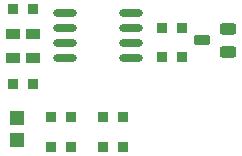
<source format=gtp>
%FSLAX24Y24*%
%MOIN*%
%SFA1B1*%

%IPPOS*%
%AMD10*
4,1,8,0.015000,0.017700,-0.015000,0.017700,-0.016700,0.016000,-0.016700,-0.016000,-0.015000,-0.017700,0.015000,-0.017700,0.016700,-0.016000,0.016700,0.016000,0.015000,0.017700,0.0*
1,1,0.003400,0.015000,0.016000*
1,1,0.003400,-0.015000,0.016000*
1,1,0.003400,-0.015000,-0.016000*
1,1,0.003400,0.015000,-0.016000*
%
%AMD12*
4,1,8,0.022000,0.015700,-0.022000,0.015700,-0.023600,0.014100,-0.023600,-0.014100,-0.022000,-0.015700,0.022000,-0.015700,0.023600,-0.014100,0.023600,0.014100,0.022000,0.015700,0.0*
1,1,0.003200,0.022000,0.014100*
1,1,0.003200,-0.022000,0.014100*
1,1,0.003200,-0.022000,-0.014100*
1,1,0.003200,0.022000,-0.014100*
%
%AMD13*
4,1,8,-0.024600,0.021200,-0.024600,-0.021200,-0.022200,-0.023600,0.022200,-0.023600,0.024600,-0.021200,0.024600,0.021200,0.022200,0.023600,-0.022200,0.023600,-0.024600,0.021200,0.0*
1,1,0.004800,-0.022200,0.021200*
1,1,0.004800,-0.022200,-0.021200*
1,1,0.004800,0.022200,-0.021200*
1,1,0.004800,0.022200,0.021200*
%
%AMD14*
4,1,8,-0.027500,0.008800,-0.027500,-0.008800,-0.018600,-0.017700,0.018600,-0.017700,0.027500,-0.008800,0.027500,0.008800,0.018600,0.017700,-0.018600,0.017700,-0.027500,0.008800,0.0*
1,1,0.017800,-0.018600,0.008800*
1,1,0.017800,-0.018600,-0.008800*
1,1,0.017800,0.018600,-0.008800*
1,1,0.017800,0.018600,0.008800*
%
%AMD15*
4,1,8,-0.027500,0.009900,-0.027500,-0.009900,-0.017700,-0.019700,0.017700,-0.019700,0.027500,-0.009900,0.027500,0.009900,0.017700,0.019700,-0.017700,0.019700,-0.027500,0.009900,0.0*
1,1,0.019600,-0.017700,0.009900*
1,1,0.019600,-0.017700,-0.009900*
1,1,0.019600,0.017700,-0.009900*
1,1,0.019600,0.017700,0.009900*
%
%AMD16*
4,1,8,-0.027500,0.009900,-0.027500,-0.009900,-0.017700,-0.019700,0.017700,-0.019700,0.027500,-0.009900,0.027500,0.009900,0.017700,0.019700,-0.017700,0.019700,-0.027500,0.009900,0.0*
1,1,0.019600,-0.017700,0.009900*
1,1,0.019600,-0.017700,-0.009900*
1,1,0.019600,0.017700,-0.009900*
1,1,0.019600,0.017700,0.009900*
%
G04~CAMADD=10~8~0.0~0.0~335.0~354.0~17.0~0.0~15~0.0~0.0~0.0~0.0~0~0.0~0.0~0.0~0.0~0~0.0~0.0~0.0~0.0~335.0~354.0*
%ADD10D10*%
%ADD11O,0.080000X0.024000*%
G04~CAMADD=12~8~0.0~0.0~472.0~315.0~16.0~0.0~15~0.0~0.0~0.0~0.0~0~0.0~0.0~0.0~0.0~0~0.0~0.0~0.0~0.0~472.0~315.0*
%ADD12D12*%
G04~CAMADD=13~8~0.0~0.0~472.0~492.0~24.0~0.0~15~0.0~0.0~0.0~0.0~0~0.0~0.0~0.0~0.0~0~0.0~0.0~0.0~90.0~492.0~472.0*
%ADD13D13*%
G04~CAMADD=14~8~0.0~0.0~354.0~551.0~89.0~0.0~15~0.0~0.0~0.0~0.0~0~0.0~0.0~0.0~0.0~0~0.0~0.0~0.0~90.0~550.0~353.0*
%ADD14D14*%
G04~CAMADD=15~8~0.0~0.0~394.0~551.0~98.0~0.0~15~0.0~0.0~0.0~0.0~0~0.0~0.0~0.0~0.0~0~0.0~0.0~0.0~90.0~550.0~393.0*
%ADD15D15*%
G04~CAMADD=16~8~0.0~0.0~394.0~551.0~98.0~0.0~15~0.0~0.0~0.0~0.0~0~0.0~0.0~0.0~0.0~0~0.0~0.0~0.0~90.0~550.0~393.0*
%ADD16D16*%
%LNpcb-1*%
%LPD*%
G54D10*
X18515Y16200D03*
X19185D03*
X14235Y15300D03*
X13565D03*
X14225Y17800D03*
X13556D03*
X15485Y13200D03*
X14815D03*
X17235D03*
X16565D03*
X14815Y14200D03*
X15485D03*
X16565D03*
X17235D03*
X19185Y17150D03*
X18515D03*
G54D11*
X17500Y17650D03*
Y17150D03*
Y16650D03*
Y16150D03*
X15300D03*
Y16650D03*
Y17150D03*
Y17650D03*
G54D12*
X13556Y16950D03*
X14244D03*
Y16150D03*
X13556D03*
G54D13*
X13700Y14174D03*
Y13426D03*
G54D14*
X19867Y16750D03*
G54D15*
X20733Y17124D03*
G54D16*
X20733Y16376D03*
M02*
</source>
